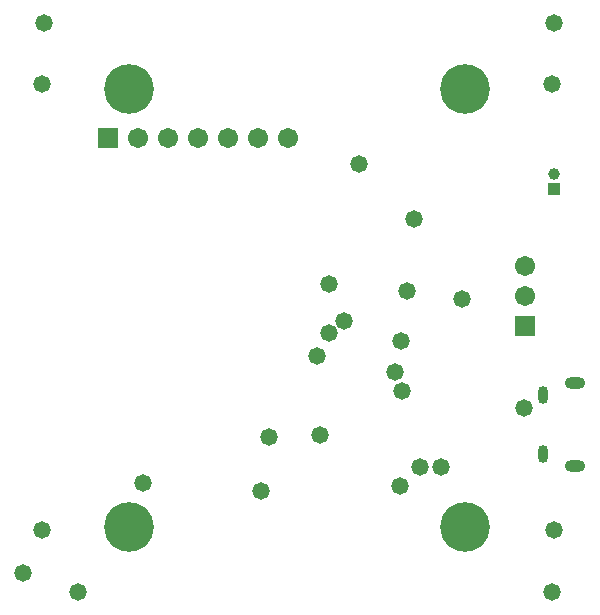
<source format=gbs>
G04*
G04 #@! TF.GenerationSoftware,Altium Limited,Altium Designer,18.1.11 (251)*
G04*
G04 Layer_Color=16711935*
%FSLAX25Y25*%
%MOIN*%
G70*
G01*
G75*
%ADD30C,0.06706*%
%ADD31R,0.06706X0.06706*%
%ADD32R,0.06706X0.06706*%
%ADD33C,0.03937*%
%ADD34R,0.03937X0.03937*%
%ADD35O,0.06902X0.03851*%
%ADD36O,0.03359X0.05918*%
%ADD37C,0.05800*%
%ADD38C,0.16548*%
D30*
X209500Y132004D02*
D03*
Y122004D02*
D03*
X130500Y174450D02*
D03*
X120500D02*
D03*
X110500D02*
D03*
X100500D02*
D03*
X80500D02*
D03*
X90500D02*
D03*
D31*
X209500Y112004D02*
D03*
D32*
X70500Y174450D02*
D03*
D33*
X218848Y162500D02*
D03*
D34*
Y157500D02*
D03*
D35*
X226130Y92839D02*
D03*
Y65280D02*
D03*
D36*
X215500Y88902D02*
D03*
Y69217D02*
D03*
D37*
X154000Y166000D02*
D03*
X169989Y123500D02*
D03*
X168500Y90181D02*
D03*
X174265Y64890D02*
D03*
X167765Y58474D02*
D03*
X188500Y120972D02*
D03*
X82000Y59500D02*
D03*
X172500Y147500D02*
D03*
X48500Y192500D02*
D03*
X209000Y84500D02*
D03*
X181500Y65000D02*
D03*
X168000Y107000D02*
D03*
X166000Y96500D02*
D03*
X149000Y113500D02*
D03*
X140000Y102000D02*
D03*
X144000Y109500D02*
D03*
Y126000D02*
D03*
X49000Y213000D02*
D03*
X141000Y75500D02*
D03*
X124000Y75000D02*
D03*
X48500Y44000D02*
D03*
X218848D02*
D03*
X218500Y192500D02*
D03*
X219000Y213000D02*
D03*
X218500Y23354D02*
D03*
X121441Y57000D02*
D03*
X60500Y23354D02*
D03*
X42000Y29500D02*
D03*
D38*
X189500Y191000D02*
D03*
Y45000D02*
D03*
X77500D02*
D03*
Y191000D02*
D03*
M02*

</source>
